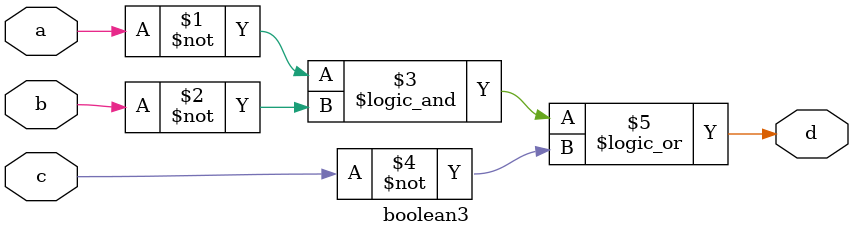
<source format=v>
`timescale 1ns / 1ps

module boolean3(
    input a,
    input b,
    input c,
    output d
    );
assign d = ((~a)&&(~b))||(~c);
endmodule

</source>
